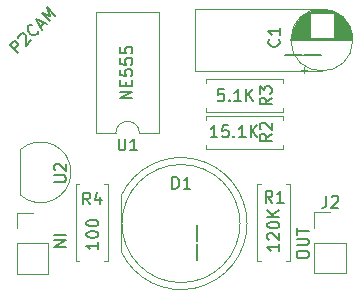
<source format=gbr>
%TF.GenerationSoftware,KiCad,Pcbnew,8.0.5*%
%TF.CreationDate,2025-07-22T16:27:50+02:00*%
%TF.ProjectId,LED_FADER,4c45445f-4641-4444-9552-2e6b69636164,rev?*%
%TF.SameCoordinates,Original*%
%TF.FileFunction,Legend,Top*%
%TF.FilePolarity,Positive*%
%FSLAX46Y46*%
G04 Gerber Fmt 4.6, Leading zero omitted, Abs format (unit mm)*
G04 Created by KiCad (PCBNEW 8.0.5) date 2025-07-22 16:27:50*
%MOMM*%
%LPD*%
G01*
G04 APERTURE LIST*
%ADD10C,0.200000*%
%ADD11C,0.100000*%
%ADD12C,0.190000*%
%ADD13C,0.150000*%
%ADD14C,0.120000*%
G04 APERTURE END LIST*
D10*
X147910580Y-98039999D02*
X146482008Y-98039999D01*
X149520524Y-98039999D02*
X148091952Y-98039999D01*
X138990000Y-113820580D02*
X138990000Y-112392008D01*
X138990000Y-115430524D02*
X138990000Y-114001952D01*
D11*
X138830000Y-99370000D02*
X149590000Y-99370000D01*
X138830000Y-94140000D02*
X138830000Y-99370000D01*
X149590000Y-94140000D02*
X138830000Y-94140000D01*
D12*
X123877562Y-97882706D02*
X123170456Y-97175600D01*
X123170456Y-97175600D02*
X123439830Y-96906226D01*
X123439830Y-96906226D02*
X123540845Y-96872554D01*
X123540845Y-96872554D02*
X123608188Y-96872554D01*
X123608188Y-96872554D02*
X123709204Y-96906226D01*
X123709204Y-96906226D02*
X123810219Y-97007241D01*
X123810219Y-97007241D02*
X123843891Y-97108256D01*
X123843891Y-97108256D02*
X123843891Y-97175600D01*
X123843891Y-97175600D02*
X123810219Y-97276615D01*
X123810219Y-97276615D02*
X123540845Y-97545989D01*
X123911234Y-96569508D02*
X123911234Y-96502165D01*
X123911234Y-96502165D02*
X123944906Y-96401149D01*
X123944906Y-96401149D02*
X124113265Y-96232791D01*
X124113265Y-96232791D02*
X124214280Y-96199119D01*
X124214280Y-96199119D02*
X124281623Y-96199119D01*
X124281623Y-96199119D02*
X124382639Y-96232791D01*
X124382639Y-96232791D02*
X124449982Y-96300134D01*
X124449982Y-96300134D02*
X124517326Y-96434821D01*
X124517326Y-96434821D02*
X124517326Y-97242943D01*
X124517326Y-97242943D02*
X124955058Y-96805210D01*
X125594822Y-96030760D02*
X125594822Y-96098103D01*
X125594822Y-96098103D02*
X125527478Y-96232790D01*
X125527478Y-96232790D02*
X125460135Y-96300134D01*
X125460135Y-96300134D02*
X125325448Y-96367477D01*
X125325448Y-96367477D02*
X125190761Y-96367477D01*
X125190761Y-96367477D02*
X125089745Y-96333806D01*
X125089745Y-96333806D02*
X124921387Y-96232790D01*
X124921387Y-96232790D02*
X124820371Y-96131775D01*
X124820371Y-96131775D02*
X124719356Y-95963416D01*
X124719356Y-95963416D02*
X124685684Y-95862401D01*
X124685684Y-95862401D02*
X124685684Y-95727714D01*
X124685684Y-95727714D02*
X124753028Y-95593027D01*
X124753028Y-95593027D02*
X124820371Y-95525684D01*
X124820371Y-95525684D02*
X124955058Y-95458340D01*
X124955058Y-95458340D02*
X125022402Y-95458340D01*
X125729509Y-95626699D02*
X126066226Y-95289981D01*
X125864196Y-95896073D02*
X125392791Y-94953264D01*
X125392791Y-94953264D02*
X126335600Y-95424668D01*
X126571303Y-95188966D02*
X125864196Y-94481859D01*
X125864196Y-94481859D02*
X126604974Y-94751233D01*
X126604974Y-94751233D02*
X126335600Y-94010455D01*
X126335600Y-94010455D02*
X127042707Y-94717562D01*
D10*
X147472219Y-115019999D02*
X147472219Y-114829523D01*
X147472219Y-114829523D02*
X147519838Y-114734285D01*
X147519838Y-114734285D02*
X147615076Y-114639047D01*
X147615076Y-114639047D02*
X147805552Y-114591428D01*
X147805552Y-114591428D02*
X148138885Y-114591428D01*
X148138885Y-114591428D02*
X148329361Y-114639047D01*
X148329361Y-114639047D02*
X148424600Y-114734285D01*
X148424600Y-114734285D02*
X148472219Y-114829523D01*
X148472219Y-114829523D02*
X148472219Y-115019999D01*
X148472219Y-115019999D02*
X148424600Y-115115237D01*
X148424600Y-115115237D02*
X148329361Y-115210475D01*
X148329361Y-115210475D02*
X148138885Y-115258094D01*
X148138885Y-115258094D02*
X147805552Y-115258094D01*
X147805552Y-115258094D02*
X147615076Y-115210475D01*
X147615076Y-115210475D02*
X147519838Y-115115237D01*
X147519838Y-115115237D02*
X147472219Y-115019999D01*
X147472219Y-114162856D02*
X148281742Y-114162856D01*
X148281742Y-114162856D02*
X148376980Y-114115237D01*
X148376980Y-114115237D02*
X148424600Y-114067618D01*
X148424600Y-114067618D02*
X148472219Y-113972380D01*
X148472219Y-113972380D02*
X148472219Y-113781904D01*
X148472219Y-113781904D02*
X148424600Y-113686666D01*
X148424600Y-113686666D02*
X148376980Y-113639047D01*
X148376980Y-113639047D02*
X148281742Y-113591428D01*
X148281742Y-113591428D02*
X147472219Y-113591428D01*
X147472219Y-113258094D02*
X147472219Y-112686666D01*
X148472219Y-112972380D02*
X147472219Y-112972380D01*
X126937780Y-113256191D02*
X127937780Y-113256191D01*
X126937780Y-113732381D02*
X127937780Y-113732381D01*
X127937780Y-113732381D02*
X126937780Y-114303809D01*
X126937780Y-114303809D02*
X127937780Y-114303809D01*
D13*
X133544819Y-101706666D02*
X132544819Y-101706666D01*
X132544819Y-101706666D02*
X133544819Y-101135238D01*
X133544819Y-101135238D02*
X132544819Y-101135238D01*
X133021009Y-100659047D02*
X133021009Y-100325714D01*
X133544819Y-100182857D02*
X133544819Y-100659047D01*
X133544819Y-100659047D02*
X132544819Y-100659047D01*
X132544819Y-100659047D02*
X132544819Y-100182857D01*
X132544819Y-99278095D02*
X132544819Y-99754285D01*
X132544819Y-99754285D02*
X133021009Y-99801904D01*
X133021009Y-99801904D02*
X132973390Y-99754285D01*
X132973390Y-99754285D02*
X132925771Y-99659047D01*
X132925771Y-99659047D02*
X132925771Y-99420952D01*
X132925771Y-99420952D02*
X132973390Y-99325714D01*
X132973390Y-99325714D02*
X133021009Y-99278095D01*
X133021009Y-99278095D02*
X133116247Y-99230476D01*
X133116247Y-99230476D02*
X133354342Y-99230476D01*
X133354342Y-99230476D02*
X133449580Y-99278095D01*
X133449580Y-99278095D02*
X133497200Y-99325714D01*
X133497200Y-99325714D02*
X133544819Y-99420952D01*
X133544819Y-99420952D02*
X133544819Y-99659047D01*
X133544819Y-99659047D02*
X133497200Y-99754285D01*
X133497200Y-99754285D02*
X133449580Y-99801904D01*
X132544819Y-98325714D02*
X132544819Y-98801904D01*
X132544819Y-98801904D02*
X133021009Y-98849523D01*
X133021009Y-98849523D02*
X132973390Y-98801904D01*
X132973390Y-98801904D02*
X132925771Y-98706666D01*
X132925771Y-98706666D02*
X132925771Y-98468571D01*
X132925771Y-98468571D02*
X132973390Y-98373333D01*
X132973390Y-98373333D02*
X133021009Y-98325714D01*
X133021009Y-98325714D02*
X133116247Y-98278095D01*
X133116247Y-98278095D02*
X133354342Y-98278095D01*
X133354342Y-98278095D02*
X133449580Y-98325714D01*
X133449580Y-98325714D02*
X133497200Y-98373333D01*
X133497200Y-98373333D02*
X133544819Y-98468571D01*
X133544819Y-98468571D02*
X133544819Y-98706666D01*
X133544819Y-98706666D02*
X133497200Y-98801904D01*
X133497200Y-98801904D02*
X133449580Y-98849523D01*
X132544819Y-97373333D02*
X132544819Y-97849523D01*
X132544819Y-97849523D02*
X133021009Y-97897142D01*
X133021009Y-97897142D02*
X132973390Y-97849523D01*
X132973390Y-97849523D02*
X132925771Y-97754285D01*
X132925771Y-97754285D02*
X132925771Y-97516190D01*
X132925771Y-97516190D02*
X132973390Y-97420952D01*
X132973390Y-97420952D02*
X133021009Y-97373333D01*
X133021009Y-97373333D02*
X133116247Y-97325714D01*
X133116247Y-97325714D02*
X133354342Y-97325714D01*
X133354342Y-97325714D02*
X133449580Y-97373333D01*
X133449580Y-97373333D02*
X133497200Y-97420952D01*
X133497200Y-97420952D02*
X133544819Y-97516190D01*
X133544819Y-97516190D02*
X133544819Y-97754285D01*
X133544819Y-97754285D02*
X133497200Y-97849523D01*
X133497200Y-97849523D02*
X133449580Y-97897142D01*
X130664819Y-113886666D02*
X130664819Y-114458094D01*
X130664819Y-114172380D02*
X129664819Y-114172380D01*
X129664819Y-114172380D02*
X129807676Y-114267618D01*
X129807676Y-114267618D02*
X129902914Y-114362856D01*
X129902914Y-114362856D02*
X129950533Y-114458094D01*
X129664819Y-113267618D02*
X129664819Y-113172380D01*
X129664819Y-113172380D02*
X129712438Y-113077142D01*
X129712438Y-113077142D02*
X129760057Y-113029523D01*
X129760057Y-113029523D02*
X129855295Y-112981904D01*
X129855295Y-112981904D02*
X130045771Y-112934285D01*
X130045771Y-112934285D02*
X130283866Y-112934285D01*
X130283866Y-112934285D02*
X130474342Y-112981904D01*
X130474342Y-112981904D02*
X130569580Y-113029523D01*
X130569580Y-113029523D02*
X130617200Y-113077142D01*
X130617200Y-113077142D02*
X130664819Y-113172380D01*
X130664819Y-113172380D02*
X130664819Y-113267618D01*
X130664819Y-113267618D02*
X130617200Y-113362856D01*
X130617200Y-113362856D02*
X130569580Y-113410475D01*
X130569580Y-113410475D02*
X130474342Y-113458094D01*
X130474342Y-113458094D02*
X130283866Y-113505713D01*
X130283866Y-113505713D02*
X130045771Y-113505713D01*
X130045771Y-113505713D02*
X129855295Y-113458094D01*
X129855295Y-113458094D02*
X129760057Y-113410475D01*
X129760057Y-113410475D02*
X129712438Y-113362856D01*
X129712438Y-113362856D02*
X129664819Y-113267618D01*
X129664819Y-112315237D02*
X129664819Y-112219999D01*
X129664819Y-112219999D02*
X129712438Y-112124761D01*
X129712438Y-112124761D02*
X129760057Y-112077142D01*
X129760057Y-112077142D02*
X129855295Y-112029523D01*
X129855295Y-112029523D02*
X130045771Y-111981904D01*
X130045771Y-111981904D02*
X130283866Y-111981904D01*
X130283866Y-111981904D02*
X130474342Y-112029523D01*
X130474342Y-112029523D02*
X130569580Y-112077142D01*
X130569580Y-112077142D02*
X130617200Y-112124761D01*
X130617200Y-112124761D02*
X130664819Y-112219999D01*
X130664819Y-112219999D02*
X130664819Y-112315237D01*
X130664819Y-112315237D02*
X130617200Y-112410475D01*
X130617200Y-112410475D02*
X130569580Y-112458094D01*
X130569580Y-112458094D02*
X130474342Y-112505713D01*
X130474342Y-112505713D02*
X130283866Y-112553332D01*
X130283866Y-112553332D02*
X130045771Y-112553332D01*
X130045771Y-112553332D02*
X129855295Y-112505713D01*
X129855295Y-112505713D02*
X129760057Y-112458094D01*
X129760057Y-112458094D02*
X129712438Y-112410475D01*
X129712438Y-112410475D02*
X129664819Y-112315237D01*
X141293809Y-100944819D02*
X140817619Y-100944819D01*
X140817619Y-100944819D02*
X140770000Y-101421009D01*
X140770000Y-101421009D02*
X140817619Y-101373390D01*
X140817619Y-101373390D02*
X140912857Y-101325771D01*
X140912857Y-101325771D02*
X141150952Y-101325771D01*
X141150952Y-101325771D02*
X141246190Y-101373390D01*
X141246190Y-101373390D02*
X141293809Y-101421009D01*
X141293809Y-101421009D02*
X141341428Y-101516247D01*
X141341428Y-101516247D02*
X141341428Y-101754342D01*
X141341428Y-101754342D02*
X141293809Y-101849580D01*
X141293809Y-101849580D02*
X141246190Y-101897200D01*
X141246190Y-101897200D02*
X141150952Y-101944819D01*
X141150952Y-101944819D02*
X140912857Y-101944819D01*
X140912857Y-101944819D02*
X140817619Y-101897200D01*
X140817619Y-101897200D02*
X140770000Y-101849580D01*
X141770000Y-101849580D02*
X141817619Y-101897200D01*
X141817619Y-101897200D02*
X141770000Y-101944819D01*
X141770000Y-101944819D02*
X141722381Y-101897200D01*
X141722381Y-101897200D02*
X141770000Y-101849580D01*
X141770000Y-101849580D02*
X141770000Y-101944819D01*
X142769999Y-101944819D02*
X142198571Y-101944819D01*
X142484285Y-101944819D02*
X142484285Y-100944819D01*
X142484285Y-100944819D02*
X142389047Y-101087676D01*
X142389047Y-101087676D02*
X142293809Y-101182914D01*
X142293809Y-101182914D02*
X142198571Y-101230533D01*
X143198571Y-101944819D02*
X143198571Y-100944819D01*
X143769999Y-101944819D02*
X143341428Y-101373390D01*
X143769999Y-100944819D02*
X143198571Y-101516247D01*
X140755238Y-105004819D02*
X140183810Y-105004819D01*
X140469524Y-105004819D02*
X140469524Y-104004819D01*
X140469524Y-104004819D02*
X140374286Y-104147676D01*
X140374286Y-104147676D02*
X140279048Y-104242914D01*
X140279048Y-104242914D02*
X140183810Y-104290533D01*
X141660000Y-104004819D02*
X141183810Y-104004819D01*
X141183810Y-104004819D02*
X141136191Y-104481009D01*
X141136191Y-104481009D02*
X141183810Y-104433390D01*
X141183810Y-104433390D02*
X141279048Y-104385771D01*
X141279048Y-104385771D02*
X141517143Y-104385771D01*
X141517143Y-104385771D02*
X141612381Y-104433390D01*
X141612381Y-104433390D02*
X141660000Y-104481009D01*
X141660000Y-104481009D02*
X141707619Y-104576247D01*
X141707619Y-104576247D02*
X141707619Y-104814342D01*
X141707619Y-104814342D02*
X141660000Y-104909580D01*
X141660000Y-104909580D02*
X141612381Y-104957200D01*
X141612381Y-104957200D02*
X141517143Y-105004819D01*
X141517143Y-105004819D02*
X141279048Y-105004819D01*
X141279048Y-105004819D02*
X141183810Y-104957200D01*
X141183810Y-104957200D02*
X141136191Y-104909580D01*
X142136191Y-104909580D02*
X142183810Y-104957200D01*
X142183810Y-104957200D02*
X142136191Y-105004819D01*
X142136191Y-105004819D02*
X142088572Y-104957200D01*
X142088572Y-104957200D02*
X142136191Y-104909580D01*
X142136191Y-104909580D02*
X142136191Y-105004819D01*
X143136190Y-105004819D02*
X142564762Y-105004819D01*
X142850476Y-105004819D02*
X142850476Y-104004819D01*
X142850476Y-104004819D02*
X142755238Y-104147676D01*
X142755238Y-104147676D02*
X142660000Y-104242914D01*
X142660000Y-104242914D02*
X142564762Y-104290533D01*
X143564762Y-105004819D02*
X143564762Y-104004819D01*
X144136190Y-105004819D02*
X143707619Y-104433390D01*
X144136190Y-104004819D02*
X143564762Y-104576247D01*
X145984819Y-114046666D02*
X145984819Y-114618094D01*
X145984819Y-114332380D02*
X144984819Y-114332380D01*
X144984819Y-114332380D02*
X145127676Y-114427618D01*
X145127676Y-114427618D02*
X145222914Y-114522856D01*
X145222914Y-114522856D02*
X145270533Y-114618094D01*
X145080057Y-113665713D02*
X145032438Y-113618094D01*
X145032438Y-113618094D02*
X144984819Y-113522856D01*
X144984819Y-113522856D02*
X144984819Y-113284761D01*
X144984819Y-113284761D02*
X145032438Y-113189523D01*
X145032438Y-113189523D02*
X145080057Y-113141904D01*
X145080057Y-113141904D02*
X145175295Y-113094285D01*
X145175295Y-113094285D02*
X145270533Y-113094285D01*
X145270533Y-113094285D02*
X145413390Y-113141904D01*
X145413390Y-113141904D02*
X145984819Y-113713332D01*
X145984819Y-113713332D02*
X145984819Y-113094285D01*
X144984819Y-112475237D02*
X144984819Y-112379999D01*
X144984819Y-112379999D02*
X145032438Y-112284761D01*
X145032438Y-112284761D02*
X145080057Y-112237142D01*
X145080057Y-112237142D02*
X145175295Y-112189523D01*
X145175295Y-112189523D02*
X145365771Y-112141904D01*
X145365771Y-112141904D02*
X145603866Y-112141904D01*
X145603866Y-112141904D02*
X145794342Y-112189523D01*
X145794342Y-112189523D02*
X145889580Y-112237142D01*
X145889580Y-112237142D02*
X145937200Y-112284761D01*
X145937200Y-112284761D02*
X145984819Y-112379999D01*
X145984819Y-112379999D02*
X145984819Y-112475237D01*
X145984819Y-112475237D02*
X145937200Y-112570475D01*
X145937200Y-112570475D02*
X145889580Y-112618094D01*
X145889580Y-112618094D02*
X145794342Y-112665713D01*
X145794342Y-112665713D02*
X145603866Y-112713332D01*
X145603866Y-112713332D02*
X145365771Y-112713332D01*
X145365771Y-112713332D02*
X145175295Y-112665713D01*
X145175295Y-112665713D02*
X145080057Y-112618094D01*
X145080057Y-112618094D02*
X145032438Y-112570475D01*
X145032438Y-112570475D02*
X144984819Y-112475237D01*
X145984819Y-111713332D02*
X144984819Y-111713332D01*
X145984819Y-111141904D02*
X145413390Y-111570475D01*
X144984819Y-111141904D02*
X145556247Y-111713332D01*
X145334819Y-101646666D02*
X144858628Y-101979999D01*
X145334819Y-102218094D02*
X144334819Y-102218094D01*
X144334819Y-102218094D02*
X144334819Y-101837142D01*
X144334819Y-101837142D02*
X144382438Y-101741904D01*
X144382438Y-101741904D02*
X144430057Y-101694285D01*
X144430057Y-101694285D02*
X144525295Y-101646666D01*
X144525295Y-101646666D02*
X144668152Y-101646666D01*
X144668152Y-101646666D02*
X144763390Y-101694285D01*
X144763390Y-101694285D02*
X144811009Y-101741904D01*
X144811009Y-101741904D02*
X144858628Y-101837142D01*
X144858628Y-101837142D02*
X144858628Y-102218094D01*
X144334819Y-101313332D02*
X144334819Y-100694285D01*
X144334819Y-100694285D02*
X144715771Y-101027618D01*
X144715771Y-101027618D02*
X144715771Y-100884761D01*
X144715771Y-100884761D02*
X144763390Y-100789523D01*
X144763390Y-100789523D02*
X144811009Y-100741904D01*
X144811009Y-100741904D02*
X144906247Y-100694285D01*
X144906247Y-100694285D02*
X145144342Y-100694285D01*
X145144342Y-100694285D02*
X145239580Y-100741904D01*
X145239580Y-100741904D02*
X145287200Y-100789523D01*
X145287200Y-100789523D02*
X145334819Y-100884761D01*
X145334819Y-100884761D02*
X145334819Y-101170475D01*
X145334819Y-101170475D02*
X145287200Y-101265713D01*
X145287200Y-101265713D02*
X145239580Y-101313332D01*
X129973333Y-110684819D02*
X129640000Y-110208628D01*
X129401905Y-110684819D02*
X129401905Y-109684819D01*
X129401905Y-109684819D02*
X129782857Y-109684819D01*
X129782857Y-109684819D02*
X129878095Y-109732438D01*
X129878095Y-109732438D02*
X129925714Y-109780057D01*
X129925714Y-109780057D02*
X129973333Y-109875295D01*
X129973333Y-109875295D02*
X129973333Y-110018152D01*
X129973333Y-110018152D02*
X129925714Y-110113390D01*
X129925714Y-110113390D02*
X129878095Y-110161009D01*
X129878095Y-110161009D02*
X129782857Y-110208628D01*
X129782857Y-110208628D02*
X129401905Y-110208628D01*
X130830476Y-110018152D02*
X130830476Y-110684819D01*
X130592381Y-109637200D02*
X130354286Y-110351485D01*
X130354286Y-110351485D02*
X130973333Y-110351485D01*
X145403333Y-110544819D02*
X145070000Y-110068628D01*
X144831905Y-110544819D02*
X144831905Y-109544819D01*
X144831905Y-109544819D02*
X145212857Y-109544819D01*
X145212857Y-109544819D02*
X145308095Y-109592438D01*
X145308095Y-109592438D02*
X145355714Y-109640057D01*
X145355714Y-109640057D02*
X145403333Y-109735295D01*
X145403333Y-109735295D02*
X145403333Y-109878152D01*
X145403333Y-109878152D02*
X145355714Y-109973390D01*
X145355714Y-109973390D02*
X145308095Y-110021009D01*
X145308095Y-110021009D02*
X145212857Y-110068628D01*
X145212857Y-110068628D02*
X144831905Y-110068628D01*
X146355714Y-110544819D02*
X145784286Y-110544819D01*
X146070000Y-110544819D02*
X146070000Y-109544819D01*
X146070000Y-109544819D02*
X145974762Y-109687676D01*
X145974762Y-109687676D02*
X145879524Y-109782914D01*
X145879524Y-109782914D02*
X145784286Y-109830533D01*
X145344819Y-104716666D02*
X144868628Y-105049999D01*
X145344819Y-105288094D02*
X144344819Y-105288094D01*
X144344819Y-105288094D02*
X144344819Y-104907142D01*
X144344819Y-104907142D02*
X144392438Y-104811904D01*
X144392438Y-104811904D02*
X144440057Y-104764285D01*
X144440057Y-104764285D02*
X144535295Y-104716666D01*
X144535295Y-104716666D02*
X144678152Y-104716666D01*
X144678152Y-104716666D02*
X144773390Y-104764285D01*
X144773390Y-104764285D02*
X144821009Y-104811904D01*
X144821009Y-104811904D02*
X144868628Y-104907142D01*
X144868628Y-104907142D02*
X144868628Y-105288094D01*
X144440057Y-104335713D02*
X144392438Y-104288094D01*
X144392438Y-104288094D02*
X144344819Y-104192856D01*
X144344819Y-104192856D02*
X144344819Y-103954761D01*
X144344819Y-103954761D02*
X144392438Y-103859523D01*
X144392438Y-103859523D02*
X144440057Y-103811904D01*
X144440057Y-103811904D02*
X144535295Y-103764285D01*
X144535295Y-103764285D02*
X144630533Y-103764285D01*
X144630533Y-103764285D02*
X144773390Y-103811904D01*
X144773390Y-103811904D02*
X145344819Y-104383332D01*
X145344819Y-104383332D02*
X145344819Y-103764285D01*
X126914819Y-108801904D02*
X127724342Y-108801904D01*
X127724342Y-108801904D02*
X127819580Y-108754285D01*
X127819580Y-108754285D02*
X127867200Y-108706666D01*
X127867200Y-108706666D02*
X127914819Y-108611428D01*
X127914819Y-108611428D02*
X127914819Y-108420952D01*
X127914819Y-108420952D02*
X127867200Y-108325714D01*
X127867200Y-108325714D02*
X127819580Y-108278095D01*
X127819580Y-108278095D02*
X127724342Y-108230476D01*
X127724342Y-108230476D02*
X126914819Y-108230476D01*
X127010057Y-107801904D02*
X126962438Y-107754285D01*
X126962438Y-107754285D02*
X126914819Y-107659047D01*
X126914819Y-107659047D02*
X126914819Y-107420952D01*
X126914819Y-107420952D02*
X126962438Y-107325714D01*
X126962438Y-107325714D02*
X127010057Y-107278095D01*
X127010057Y-107278095D02*
X127105295Y-107230476D01*
X127105295Y-107230476D02*
X127200533Y-107230476D01*
X127200533Y-107230476D02*
X127343390Y-107278095D01*
X127343390Y-107278095D02*
X127914819Y-107849523D01*
X127914819Y-107849523D02*
X127914819Y-107230476D01*
X136941905Y-109354819D02*
X136941905Y-108354819D01*
X136941905Y-108354819D02*
X137180000Y-108354819D01*
X137180000Y-108354819D02*
X137322857Y-108402438D01*
X137322857Y-108402438D02*
X137418095Y-108497676D01*
X137418095Y-108497676D02*
X137465714Y-108592914D01*
X137465714Y-108592914D02*
X137513333Y-108783390D01*
X137513333Y-108783390D02*
X137513333Y-108926247D01*
X137513333Y-108926247D02*
X137465714Y-109116723D01*
X137465714Y-109116723D02*
X137418095Y-109211961D01*
X137418095Y-109211961D02*
X137322857Y-109307200D01*
X137322857Y-109307200D02*
X137180000Y-109354819D01*
X137180000Y-109354819D02*
X136941905Y-109354819D01*
X138465714Y-109354819D02*
X137894286Y-109354819D01*
X138180000Y-109354819D02*
X138180000Y-108354819D01*
X138180000Y-108354819D02*
X138084762Y-108497676D01*
X138084762Y-108497676D02*
X137989524Y-108592914D01*
X137989524Y-108592914D02*
X137894286Y-108640533D01*
X132388095Y-105114819D02*
X132388095Y-105924342D01*
X132388095Y-105924342D02*
X132435714Y-106019580D01*
X132435714Y-106019580D02*
X132483333Y-106067200D01*
X132483333Y-106067200D02*
X132578571Y-106114819D01*
X132578571Y-106114819D02*
X132769047Y-106114819D01*
X132769047Y-106114819D02*
X132864285Y-106067200D01*
X132864285Y-106067200D02*
X132911904Y-106019580D01*
X132911904Y-106019580D02*
X132959523Y-105924342D01*
X132959523Y-105924342D02*
X132959523Y-105114819D01*
X133959523Y-106114819D02*
X133388095Y-106114819D01*
X133673809Y-106114819D02*
X133673809Y-105114819D01*
X133673809Y-105114819D02*
X133578571Y-105257676D01*
X133578571Y-105257676D02*
X133483333Y-105352914D01*
X133483333Y-105352914D02*
X133388095Y-105400533D01*
X145959580Y-96706666D02*
X146007200Y-96754285D01*
X146007200Y-96754285D02*
X146054819Y-96897142D01*
X146054819Y-96897142D02*
X146054819Y-96992380D01*
X146054819Y-96992380D02*
X146007200Y-97135237D01*
X146007200Y-97135237D02*
X145911961Y-97230475D01*
X145911961Y-97230475D02*
X145816723Y-97278094D01*
X145816723Y-97278094D02*
X145626247Y-97325713D01*
X145626247Y-97325713D02*
X145483390Y-97325713D01*
X145483390Y-97325713D02*
X145292914Y-97278094D01*
X145292914Y-97278094D02*
X145197676Y-97230475D01*
X145197676Y-97230475D02*
X145102438Y-97135237D01*
X145102438Y-97135237D02*
X145054819Y-96992380D01*
X145054819Y-96992380D02*
X145054819Y-96897142D01*
X145054819Y-96897142D02*
X145102438Y-96754285D01*
X145102438Y-96754285D02*
X145150057Y-96706666D01*
X146054819Y-95754285D02*
X146054819Y-96325713D01*
X146054819Y-96039999D02*
X145054819Y-96039999D01*
X145054819Y-96039999D02*
X145197676Y-96135237D01*
X145197676Y-96135237D02*
X145292914Y-96230475D01*
X145292914Y-96230475D02*
X145340533Y-96325713D01*
X149986666Y-109954819D02*
X149986666Y-110669104D01*
X149986666Y-110669104D02*
X149939047Y-110811961D01*
X149939047Y-110811961D02*
X149843809Y-110907200D01*
X149843809Y-110907200D02*
X149700952Y-110954819D01*
X149700952Y-110954819D02*
X149605714Y-110954819D01*
X150415238Y-110050057D02*
X150462857Y-110002438D01*
X150462857Y-110002438D02*
X150558095Y-109954819D01*
X150558095Y-109954819D02*
X150796190Y-109954819D01*
X150796190Y-109954819D02*
X150891428Y-110002438D01*
X150891428Y-110002438D02*
X150939047Y-110050057D01*
X150939047Y-110050057D02*
X150986666Y-110145295D01*
X150986666Y-110145295D02*
X150986666Y-110240533D01*
X150986666Y-110240533D02*
X150939047Y-110383390D01*
X150939047Y-110383390D02*
X150367619Y-110954819D01*
X150367619Y-110954819D02*
X150986666Y-110954819D01*
D14*
%TO.C,R3*%
X146300000Y-100100000D02*
X146300000Y-100430000D01*
X139760000Y-100100000D02*
X146300000Y-100100000D01*
X139760000Y-100430000D02*
X139760000Y-100100000D01*
X139760000Y-102510000D02*
X139760000Y-102840000D01*
X146300000Y-102840000D02*
X146300000Y-102510000D01*
X139760000Y-102840000D02*
X146300000Y-102840000D01*
%TO.C,R4*%
X128740000Y-108980000D02*
X128740000Y-115520000D01*
X128740000Y-115520000D02*
X129070000Y-115520000D01*
X129070000Y-108980000D02*
X128740000Y-108980000D01*
X131150000Y-108980000D02*
X131480000Y-108980000D01*
X131480000Y-108980000D02*
X131480000Y-115520000D01*
X131480000Y-115520000D02*
X131150000Y-115520000D01*
%TO.C,R1*%
X144120000Y-108960000D02*
X144450000Y-108960000D01*
X144120000Y-115500000D02*
X144120000Y-108960000D01*
X144450000Y-115500000D02*
X144120000Y-115500000D01*
X146530000Y-115500000D02*
X146860000Y-115500000D01*
X146860000Y-108960000D02*
X146530000Y-108960000D01*
X146860000Y-115500000D02*
X146860000Y-108960000D01*
%TO.C,R2*%
X139780000Y-105980000D02*
X139780000Y-105650000D01*
X146320000Y-105980000D02*
X139780000Y-105980000D01*
X146320000Y-105650000D02*
X146320000Y-105980000D01*
X146320000Y-103570000D02*
X146320000Y-103240000D01*
X139780000Y-103240000D02*
X139780000Y-103570000D01*
X146320000Y-103240000D02*
X139780000Y-103240000D01*
%TO.C,J3*%
X123780000Y-111375000D02*
X125110000Y-111375000D01*
X123780000Y-112705000D02*
X123780000Y-111375000D01*
X123780000Y-113975000D02*
X123780000Y-116575000D01*
X123780000Y-113975000D02*
X126440000Y-113975000D01*
X123780000Y-116575000D02*
X126440000Y-116575000D01*
X126440000Y-113975000D02*
X126440000Y-116575000D01*
%TO.C,U2*%
X124080000Y-106030000D02*
G75*
G02*
X124089878Y-109918611I1700000J-1940000D01*
G01*
X124080000Y-106030000D02*
X124080000Y-109880000D01*
%TO.C,D1*%
X132610000Y-109934000D02*
X132610000Y-114686000D01*
X132610000Y-109934184D02*
G75*
G02*
X143259998Y-112305259I5060000J-2375816D01*
G01*
X143259998Y-112314741D02*
G75*
G02*
X132610000Y-114685816I-5589998J4741D01*
G01*
X142670000Y-112310000D02*
G75*
G02*
X132670000Y-112310000I-5000000J0D01*
G01*
X132670000Y-112310000D02*
G75*
G02*
X142670000Y-112310000I5000000J0D01*
G01*
%TO.C,U1*%
X130500000Y-94380000D02*
X130500000Y-104660000D01*
X130500000Y-104660000D02*
X132150000Y-104660000D01*
X134150000Y-104660000D02*
X135800000Y-104660000D01*
X135800000Y-94380000D02*
X130500000Y-94380000D01*
X135800000Y-104660000D02*
X135800000Y-94380000D01*
X132150000Y-104660000D02*
G75*
G02*
X134150000Y-104660000I1000000J0D01*
G01*
%TO.C,C1*%
X148115000Y-99564775D02*
X148115000Y-99064775D01*
X147865000Y-99314775D02*
X148365000Y-99314775D01*
X147010000Y-96760000D02*
X152170000Y-96760000D01*
X147010000Y-96720000D02*
X152170000Y-96720000D01*
X147011000Y-96680000D02*
X152169000Y-96680000D01*
X147012000Y-96640000D02*
X152168000Y-96640000D01*
X147014000Y-96600000D02*
X152166000Y-96600000D01*
X147017000Y-96560000D02*
X152163000Y-96560000D01*
X147021000Y-96520000D02*
X148550000Y-96520000D01*
X150630000Y-96520000D02*
X152159000Y-96520000D01*
X147025000Y-96480000D02*
X148550000Y-96480000D01*
X150630000Y-96480000D02*
X152155000Y-96480000D01*
X147029000Y-96440000D02*
X148550000Y-96440000D01*
X150630000Y-96440000D02*
X152151000Y-96440000D01*
X147034000Y-96400000D02*
X148550000Y-96400000D01*
X150630000Y-96400000D02*
X152146000Y-96400000D01*
X147040000Y-96360000D02*
X148550000Y-96360000D01*
X150630000Y-96360000D02*
X152140000Y-96360000D01*
X147047000Y-96320000D02*
X148550000Y-96320000D01*
X150630000Y-96320000D02*
X152133000Y-96320000D01*
X147054000Y-96280000D02*
X148550000Y-96280000D01*
X150630000Y-96280000D02*
X152126000Y-96280000D01*
X147062000Y-96240000D02*
X148550000Y-96240000D01*
X150630000Y-96240000D02*
X152118000Y-96240000D01*
X147070000Y-96200000D02*
X148550000Y-96200000D01*
X150630000Y-96200000D02*
X152110000Y-96200000D01*
X147079000Y-96160000D02*
X148550000Y-96160000D01*
X150630000Y-96160000D02*
X152101000Y-96160000D01*
X147089000Y-96120000D02*
X148550000Y-96120000D01*
X150630000Y-96120000D02*
X152091000Y-96120000D01*
X147099000Y-96080000D02*
X148550000Y-96080000D01*
X150630000Y-96080000D02*
X152081000Y-96080000D01*
X147110000Y-96039000D02*
X148550000Y-96039000D01*
X150630000Y-96039000D02*
X152070000Y-96039000D01*
X147122000Y-95999000D02*
X148550000Y-95999000D01*
X150630000Y-95999000D02*
X152058000Y-95999000D01*
X147135000Y-95959000D02*
X148550000Y-95959000D01*
X150630000Y-95959000D02*
X152045000Y-95959000D01*
X147148000Y-95919000D02*
X148550000Y-95919000D01*
X150630000Y-95919000D02*
X152032000Y-95919000D01*
X147162000Y-95879000D02*
X148550000Y-95879000D01*
X150630000Y-95879000D02*
X152018000Y-95879000D01*
X147176000Y-95839000D02*
X148550000Y-95839000D01*
X150630000Y-95839000D02*
X152004000Y-95839000D01*
X147192000Y-95799000D02*
X148550000Y-95799000D01*
X150630000Y-95799000D02*
X151988000Y-95799000D01*
X147208000Y-95759000D02*
X148550000Y-95759000D01*
X150630000Y-95759000D02*
X151972000Y-95759000D01*
X147225000Y-95719000D02*
X148550000Y-95719000D01*
X150630000Y-95719000D02*
X151955000Y-95719000D01*
X147242000Y-95679000D02*
X148550000Y-95679000D01*
X150630000Y-95679000D02*
X151938000Y-95679000D01*
X147261000Y-95639000D02*
X148550000Y-95639000D01*
X150630000Y-95639000D02*
X151919000Y-95639000D01*
X147280000Y-95599000D02*
X148550000Y-95599000D01*
X150630000Y-95599000D02*
X151900000Y-95599000D01*
X147300000Y-95559000D02*
X148550000Y-95559000D01*
X150630000Y-95559000D02*
X151880000Y-95559000D01*
X147322000Y-95519000D02*
X148550000Y-95519000D01*
X150630000Y-95519000D02*
X151858000Y-95519000D01*
X147343000Y-95479000D02*
X148550000Y-95479000D01*
X150630000Y-95479000D02*
X151837000Y-95479000D01*
X147366000Y-95439000D02*
X148550000Y-95439000D01*
X150630000Y-95439000D02*
X151814000Y-95439000D01*
X147390000Y-95399000D02*
X148550000Y-95399000D01*
X150630000Y-95399000D02*
X151790000Y-95399000D01*
X147415000Y-95359000D02*
X148550000Y-95359000D01*
X150630000Y-95359000D02*
X151765000Y-95359000D01*
X147441000Y-95319000D02*
X148550000Y-95319000D01*
X150630000Y-95319000D02*
X151739000Y-95319000D01*
X147468000Y-95279000D02*
X148550000Y-95279000D01*
X150630000Y-95279000D02*
X151712000Y-95279000D01*
X147495000Y-95239000D02*
X148550000Y-95239000D01*
X150630000Y-95239000D02*
X151685000Y-95239000D01*
X147525000Y-95199000D02*
X148550000Y-95199000D01*
X150630000Y-95199000D02*
X151655000Y-95199000D01*
X147555000Y-95159000D02*
X148550000Y-95159000D01*
X150630000Y-95159000D02*
X151625000Y-95159000D01*
X147586000Y-95119000D02*
X148550000Y-95119000D01*
X150630000Y-95119000D02*
X151594000Y-95119000D01*
X147619000Y-95079000D02*
X148550000Y-95079000D01*
X150630000Y-95079000D02*
X151561000Y-95079000D01*
X147653000Y-95039000D02*
X148550000Y-95039000D01*
X150630000Y-95039000D02*
X151527000Y-95039000D01*
X147689000Y-94999000D02*
X148550000Y-94999000D01*
X150630000Y-94999000D02*
X151491000Y-94999000D01*
X147726000Y-94959000D02*
X148550000Y-94959000D01*
X150630000Y-94959000D02*
X151454000Y-94959000D01*
X147764000Y-94919000D02*
X148550000Y-94919000D01*
X150630000Y-94919000D02*
X151416000Y-94919000D01*
X147805000Y-94879000D02*
X148550000Y-94879000D01*
X150630000Y-94879000D02*
X151375000Y-94879000D01*
X147847000Y-94839000D02*
X148550000Y-94839000D01*
X150630000Y-94839000D02*
X151333000Y-94839000D01*
X147891000Y-94799000D02*
X148550000Y-94799000D01*
X150630000Y-94799000D02*
X151289000Y-94799000D01*
X147937000Y-94759000D02*
X148550000Y-94759000D01*
X150630000Y-94759000D02*
X151243000Y-94759000D01*
X147985000Y-94719000D02*
X148550000Y-94719000D01*
X150630000Y-94719000D02*
X151195000Y-94719000D01*
X148036000Y-94679000D02*
X148550000Y-94679000D01*
X150630000Y-94679000D02*
X151144000Y-94679000D01*
X148090000Y-94639000D02*
X148550000Y-94639000D01*
X150630000Y-94639000D02*
X151090000Y-94639000D01*
X148147000Y-94599000D02*
X148550000Y-94599000D01*
X150630000Y-94599000D02*
X151033000Y-94599000D01*
X148207000Y-94559000D02*
X148550000Y-94559000D01*
X150630000Y-94559000D02*
X150973000Y-94559000D01*
X148271000Y-94519000D02*
X148550000Y-94519000D01*
X150630000Y-94519000D02*
X150909000Y-94519000D01*
X148339000Y-94479000D02*
X148550000Y-94479000D01*
X150630000Y-94479000D02*
X150841000Y-94479000D01*
X148412000Y-94439000D02*
X150768000Y-94439000D01*
X148492000Y-94399000D02*
X150688000Y-94399000D01*
X148579000Y-94359000D02*
X150601000Y-94359000D01*
X148675000Y-94319000D02*
X150505000Y-94319000D01*
X148785000Y-94279000D02*
X150395000Y-94279000D01*
X148913000Y-94239000D02*
X150267000Y-94239000D01*
X149072000Y-94199000D02*
X150108000Y-94199000D01*
X149306000Y-94159000D02*
X149874000Y-94159000D01*
X152210000Y-96760000D02*
G75*
G02*
X146970000Y-96760000I-2620000J0D01*
G01*
X146970000Y-96760000D02*
G75*
G02*
X152210000Y-96760000I2620000J0D01*
G01*
%TO.C,J2*%
X148950000Y-111335000D02*
X150280000Y-111335000D01*
X148950000Y-112665000D02*
X148950000Y-111335000D01*
X148950000Y-113935000D02*
X148950000Y-116535000D01*
X148950000Y-113935000D02*
X151610000Y-113935000D01*
X148950000Y-116535000D02*
X151610000Y-116535000D01*
X151610000Y-113935000D02*
X151610000Y-116535000D01*
%TD*%
M02*

</source>
